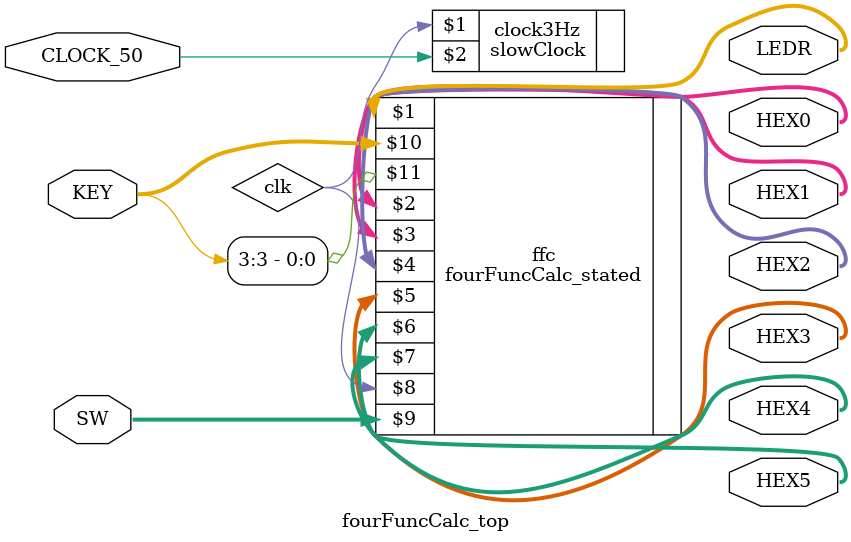
<source format=v>
module fourFuncCalc_top(CLOCK_50, LEDR, SW, KEY, 
	HEX0, HEX1, HEX2, HEX3, HEX4, HEX5);
	
	output [9:0] LEDR;
	output [6:0] HEX0, HEX1, HEX2, HEX3, HEX4, HEX5;
	input CLOCK_50;
	input [9:0] SW;
	input [3:0] KEY;
	
	wire clk;
	slowClock clock3Hz (clk, CLOCK_50);
	
	fourFuncCalc_stated ffc (LEDR, HEX0, HEX1, HEX2, HEX3, HEX4, HEX5, 
									 clk, SW, KEY, KEY[3]);
	
endmodule

</source>
